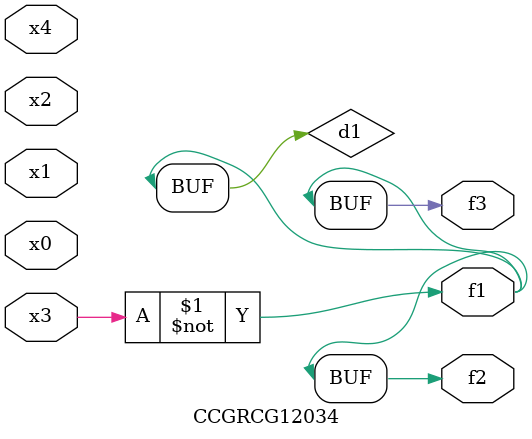
<source format=v>
module CCGRCG12034(
	input x0, x1, x2, x3, x4,
	output f1, f2, f3
);

	wire d1, d2;

	xnor (d1, x3);
	not (d2, x1);
	assign f1 = d1;
	assign f2 = d1;
	assign f3 = d1;
endmodule

</source>
